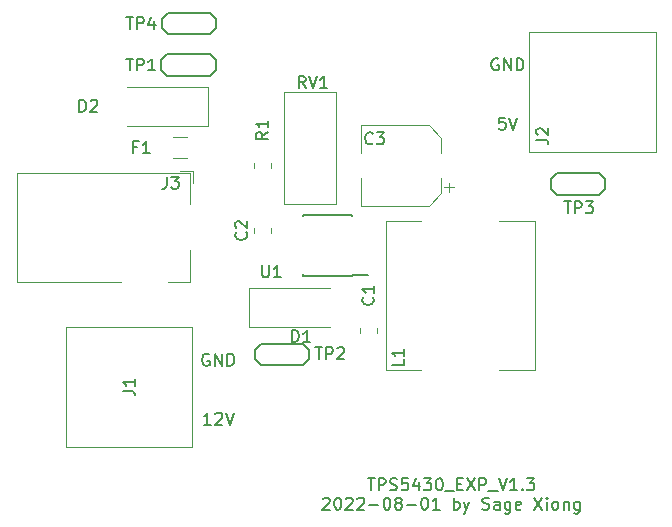
<source format=gbr>
%TF.GenerationSoftware,KiCad,Pcbnew,(6.0.2)*%
%TF.CreationDate,2022-08-01T15:44:27+08:00*%
%TF.ProjectId,TPS5430_Experiment,54505335-3433-4305-9f45-78706572696d,Sage Xiong*%
%TF.SameCoordinates,Original*%
%TF.FileFunction,Legend,Top*%
%TF.FilePolarity,Positive*%
%FSLAX46Y46*%
G04 Gerber Fmt 4.6, Leading zero omitted, Abs format (unit mm)*
G04 Created by KiCad (PCBNEW (6.0.2)) date 2022-08-01 15:44:27*
%MOMM*%
%LPD*%
G01*
G04 APERTURE LIST*
%ADD10C,0.152400*%
%ADD11C,0.150000*%
%ADD12C,0.120000*%
G04 APERTURE END LIST*
D10*
X130525904Y-111792000D02*
X130429142Y-111743619D01*
X130284000Y-111743619D01*
X130138857Y-111792000D01*
X130042095Y-111888761D01*
X129993714Y-111985523D01*
X129945333Y-112179047D01*
X129945333Y-112324190D01*
X129993714Y-112517714D01*
X130042095Y-112614476D01*
X130138857Y-112711238D01*
X130284000Y-112759619D01*
X130380761Y-112759619D01*
X130525904Y-112711238D01*
X130574285Y-112662857D01*
X130574285Y-112324190D01*
X130380761Y-112324190D01*
X131009714Y-112759619D02*
X131009714Y-111743619D01*
X131590285Y-112759619D01*
X131590285Y-111743619D01*
X132074095Y-112759619D02*
X132074095Y-111743619D01*
X132316000Y-111743619D01*
X132461142Y-111792000D01*
X132557904Y-111888761D01*
X132606285Y-111985523D01*
X132654666Y-112179047D01*
X132654666Y-112324190D01*
X132606285Y-112517714D01*
X132557904Y-112614476D01*
X132461142Y-112711238D01*
X132316000Y-112759619D01*
X132074095Y-112759619D01*
X155025904Y-86792000D02*
X154929142Y-86743619D01*
X154784000Y-86743619D01*
X154638857Y-86792000D01*
X154542095Y-86888761D01*
X154493714Y-86985523D01*
X154445333Y-87179047D01*
X154445333Y-87324190D01*
X154493714Y-87517714D01*
X154542095Y-87614476D01*
X154638857Y-87711238D01*
X154784000Y-87759619D01*
X154880761Y-87759619D01*
X155025904Y-87711238D01*
X155074285Y-87662857D01*
X155074285Y-87324190D01*
X154880761Y-87324190D01*
X155509714Y-87759619D02*
X155509714Y-86743619D01*
X156090285Y-87759619D01*
X156090285Y-86743619D01*
X156574095Y-87759619D02*
X156574095Y-86743619D01*
X156816000Y-86743619D01*
X156961142Y-86792000D01*
X157057904Y-86888761D01*
X157106285Y-86985523D01*
X157154666Y-87179047D01*
X157154666Y-87324190D01*
X157106285Y-87517714D01*
X157057904Y-87614476D01*
X156961142Y-87711238D01*
X156816000Y-87759619D01*
X156574095Y-87759619D01*
X130671047Y-117759619D02*
X130090476Y-117759619D01*
X130380761Y-117759619D02*
X130380761Y-116743619D01*
X130284000Y-116888761D01*
X130187238Y-116985523D01*
X130090476Y-117033904D01*
X131058095Y-116840380D02*
X131106476Y-116792000D01*
X131203238Y-116743619D01*
X131445142Y-116743619D01*
X131541904Y-116792000D01*
X131590285Y-116840380D01*
X131638666Y-116937142D01*
X131638666Y-117033904D01*
X131590285Y-117179047D01*
X131009714Y-117759619D01*
X131638666Y-117759619D01*
X131928952Y-116743619D02*
X132267619Y-117759619D01*
X132606285Y-116743619D01*
X155606476Y-91743619D02*
X155122666Y-91743619D01*
X155074285Y-92227428D01*
X155122666Y-92179047D01*
X155219428Y-92130666D01*
X155461333Y-92130666D01*
X155558095Y-92179047D01*
X155606476Y-92227428D01*
X155654857Y-92324190D01*
X155654857Y-92566095D01*
X155606476Y-92662857D01*
X155558095Y-92711238D01*
X155461333Y-92759619D01*
X155219428Y-92759619D01*
X155122666Y-92711238D01*
X155074285Y-92662857D01*
X155945142Y-91743619D02*
X156283809Y-92759619D01*
X156622476Y-91743619D01*
X143978182Y-122280737D02*
X144558753Y-122280737D01*
X144268468Y-123296737D02*
X144268468Y-122280737D01*
X144897420Y-123296737D02*
X144897420Y-122280737D01*
X145284468Y-122280737D01*
X145381230Y-122329118D01*
X145429611Y-122377498D01*
X145477992Y-122474260D01*
X145477992Y-122619403D01*
X145429611Y-122716165D01*
X145381230Y-122764546D01*
X145284468Y-122812927D01*
X144897420Y-122812927D01*
X145865039Y-123248356D02*
X146010182Y-123296737D01*
X146252087Y-123296737D01*
X146348849Y-123248356D01*
X146397230Y-123199975D01*
X146445611Y-123103213D01*
X146445611Y-123006451D01*
X146397230Y-122909689D01*
X146348849Y-122861308D01*
X146252087Y-122812927D01*
X146058563Y-122764546D01*
X145961801Y-122716165D01*
X145913420Y-122667784D01*
X145865039Y-122571022D01*
X145865039Y-122474260D01*
X145913420Y-122377498D01*
X145961801Y-122329118D01*
X146058563Y-122280737D01*
X146300468Y-122280737D01*
X146445611Y-122329118D01*
X147364849Y-122280737D02*
X146881039Y-122280737D01*
X146832658Y-122764546D01*
X146881039Y-122716165D01*
X146977801Y-122667784D01*
X147219706Y-122667784D01*
X147316468Y-122716165D01*
X147364849Y-122764546D01*
X147413230Y-122861308D01*
X147413230Y-123103213D01*
X147364849Y-123199975D01*
X147316468Y-123248356D01*
X147219706Y-123296737D01*
X146977801Y-123296737D01*
X146881039Y-123248356D01*
X146832658Y-123199975D01*
X148284087Y-122619403D02*
X148284087Y-123296737D01*
X148042182Y-122232356D02*
X147800277Y-122958070D01*
X148429230Y-122958070D01*
X148719515Y-122280737D02*
X149348468Y-122280737D01*
X149009801Y-122667784D01*
X149154944Y-122667784D01*
X149251706Y-122716165D01*
X149300087Y-122764546D01*
X149348468Y-122861308D01*
X149348468Y-123103213D01*
X149300087Y-123199975D01*
X149251706Y-123248356D01*
X149154944Y-123296737D01*
X148864658Y-123296737D01*
X148767896Y-123248356D01*
X148719515Y-123199975D01*
X149977420Y-122280737D02*
X150074182Y-122280737D01*
X150170944Y-122329118D01*
X150219325Y-122377498D01*
X150267706Y-122474260D01*
X150316087Y-122667784D01*
X150316087Y-122909689D01*
X150267706Y-123103213D01*
X150219325Y-123199975D01*
X150170944Y-123248356D01*
X150074182Y-123296737D01*
X149977420Y-123296737D01*
X149880658Y-123248356D01*
X149832277Y-123199975D01*
X149783896Y-123103213D01*
X149735515Y-122909689D01*
X149735515Y-122667784D01*
X149783896Y-122474260D01*
X149832277Y-122377498D01*
X149880658Y-122329118D01*
X149977420Y-122280737D01*
X150509611Y-123393498D02*
X151283706Y-123393498D01*
X151525611Y-122764546D02*
X151864277Y-122764546D01*
X152009420Y-123296737D02*
X151525611Y-123296737D01*
X151525611Y-122280737D01*
X152009420Y-122280737D01*
X152348087Y-122280737D02*
X153025420Y-123296737D01*
X153025420Y-122280737D02*
X152348087Y-123296737D01*
X153412468Y-123296737D02*
X153412468Y-122280737D01*
X153799515Y-122280737D01*
X153896277Y-122329118D01*
X153944658Y-122377498D01*
X153993039Y-122474260D01*
X153993039Y-122619403D01*
X153944658Y-122716165D01*
X153896277Y-122764546D01*
X153799515Y-122812927D01*
X153412468Y-122812927D01*
X154186563Y-123393498D02*
X154960658Y-123393498D01*
X155057420Y-122280737D02*
X155396087Y-123296737D01*
X155734753Y-122280737D01*
X156605611Y-123296737D02*
X156025039Y-123296737D01*
X156315325Y-123296737D02*
X156315325Y-122280737D01*
X156218563Y-122425879D01*
X156121801Y-122522641D01*
X156025039Y-122571022D01*
X157041039Y-123199975D02*
X157089420Y-123248356D01*
X157041039Y-123296737D01*
X156992658Y-123248356D01*
X157041039Y-123199975D01*
X157041039Y-123296737D01*
X157428087Y-122280737D02*
X158057039Y-122280737D01*
X157718372Y-122667784D01*
X157863515Y-122667784D01*
X157960277Y-122716165D01*
X158008658Y-122764546D01*
X158057039Y-122861308D01*
X158057039Y-123103213D01*
X158008658Y-123199975D01*
X157960277Y-123248356D01*
X157863515Y-123296737D01*
X157573230Y-123296737D01*
X157476468Y-123248356D01*
X157428087Y-123199975D01*
X140180277Y-124013258D02*
X140228658Y-123964878D01*
X140325420Y-123916497D01*
X140567325Y-123916497D01*
X140664087Y-123964878D01*
X140712468Y-124013258D01*
X140760849Y-124110020D01*
X140760849Y-124206782D01*
X140712468Y-124351925D01*
X140131896Y-124932497D01*
X140760849Y-124932497D01*
X141389801Y-123916497D02*
X141486563Y-123916497D01*
X141583325Y-123964878D01*
X141631706Y-124013258D01*
X141680087Y-124110020D01*
X141728468Y-124303544D01*
X141728468Y-124545449D01*
X141680087Y-124738973D01*
X141631706Y-124835735D01*
X141583325Y-124884116D01*
X141486563Y-124932497D01*
X141389801Y-124932497D01*
X141293039Y-124884116D01*
X141244658Y-124835735D01*
X141196277Y-124738973D01*
X141147896Y-124545449D01*
X141147896Y-124303544D01*
X141196277Y-124110020D01*
X141244658Y-124013258D01*
X141293039Y-123964878D01*
X141389801Y-123916497D01*
X142115515Y-124013258D02*
X142163896Y-123964878D01*
X142260658Y-123916497D01*
X142502563Y-123916497D01*
X142599325Y-123964878D01*
X142647706Y-124013258D01*
X142696087Y-124110020D01*
X142696087Y-124206782D01*
X142647706Y-124351925D01*
X142067134Y-124932497D01*
X142696087Y-124932497D01*
X143083134Y-124013258D02*
X143131515Y-123964878D01*
X143228277Y-123916497D01*
X143470182Y-123916497D01*
X143566944Y-123964878D01*
X143615325Y-124013258D01*
X143663706Y-124110020D01*
X143663706Y-124206782D01*
X143615325Y-124351925D01*
X143034753Y-124932497D01*
X143663706Y-124932497D01*
X144099134Y-124545449D02*
X144873230Y-124545449D01*
X145550563Y-123916497D02*
X145647325Y-123916497D01*
X145744087Y-123964878D01*
X145792468Y-124013258D01*
X145840849Y-124110020D01*
X145889230Y-124303544D01*
X145889230Y-124545449D01*
X145840849Y-124738973D01*
X145792468Y-124835735D01*
X145744087Y-124884116D01*
X145647325Y-124932497D01*
X145550563Y-124932497D01*
X145453801Y-124884116D01*
X145405420Y-124835735D01*
X145357039Y-124738973D01*
X145308658Y-124545449D01*
X145308658Y-124303544D01*
X145357039Y-124110020D01*
X145405420Y-124013258D01*
X145453801Y-123964878D01*
X145550563Y-123916497D01*
X146469801Y-124351925D02*
X146373039Y-124303544D01*
X146324658Y-124255163D01*
X146276277Y-124158401D01*
X146276277Y-124110020D01*
X146324658Y-124013258D01*
X146373039Y-123964878D01*
X146469801Y-123916497D01*
X146663325Y-123916497D01*
X146760087Y-123964878D01*
X146808468Y-124013258D01*
X146856849Y-124110020D01*
X146856849Y-124158401D01*
X146808468Y-124255163D01*
X146760087Y-124303544D01*
X146663325Y-124351925D01*
X146469801Y-124351925D01*
X146373039Y-124400306D01*
X146324658Y-124448687D01*
X146276277Y-124545449D01*
X146276277Y-124738973D01*
X146324658Y-124835735D01*
X146373039Y-124884116D01*
X146469801Y-124932497D01*
X146663325Y-124932497D01*
X146760087Y-124884116D01*
X146808468Y-124835735D01*
X146856849Y-124738973D01*
X146856849Y-124545449D01*
X146808468Y-124448687D01*
X146760087Y-124400306D01*
X146663325Y-124351925D01*
X147292277Y-124545449D02*
X148066372Y-124545449D01*
X148743706Y-123916497D02*
X148840468Y-123916497D01*
X148937230Y-123964878D01*
X148985611Y-124013258D01*
X149033992Y-124110020D01*
X149082372Y-124303544D01*
X149082372Y-124545449D01*
X149033992Y-124738973D01*
X148985611Y-124835735D01*
X148937230Y-124884116D01*
X148840468Y-124932497D01*
X148743706Y-124932497D01*
X148646944Y-124884116D01*
X148598563Y-124835735D01*
X148550182Y-124738973D01*
X148501801Y-124545449D01*
X148501801Y-124303544D01*
X148550182Y-124110020D01*
X148598563Y-124013258D01*
X148646944Y-123964878D01*
X148743706Y-123916497D01*
X150049992Y-124932497D02*
X149469420Y-124932497D01*
X149759706Y-124932497D02*
X149759706Y-123916497D01*
X149662944Y-124061639D01*
X149566182Y-124158401D01*
X149469420Y-124206782D01*
X151259515Y-124932497D02*
X151259515Y-123916497D01*
X151259515Y-124303544D02*
X151356277Y-124255163D01*
X151549801Y-124255163D01*
X151646563Y-124303544D01*
X151694944Y-124351925D01*
X151743325Y-124448687D01*
X151743325Y-124738973D01*
X151694944Y-124835735D01*
X151646563Y-124884116D01*
X151549801Y-124932497D01*
X151356277Y-124932497D01*
X151259515Y-124884116D01*
X152081992Y-124255163D02*
X152323896Y-124932497D01*
X152565801Y-124255163D02*
X152323896Y-124932497D01*
X152227134Y-125174401D01*
X152178753Y-125222782D01*
X152081992Y-125271163D01*
X153678563Y-124884116D02*
X153823706Y-124932497D01*
X154065611Y-124932497D01*
X154162372Y-124884116D01*
X154210753Y-124835735D01*
X154259134Y-124738973D01*
X154259134Y-124642211D01*
X154210753Y-124545449D01*
X154162372Y-124497068D01*
X154065611Y-124448687D01*
X153872087Y-124400306D01*
X153775325Y-124351925D01*
X153726944Y-124303544D01*
X153678563Y-124206782D01*
X153678563Y-124110020D01*
X153726944Y-124013258D01*
X153775325Y-123964878D01*
X153872087Y-123916497D01*
X154113992Y-123916497D01*
X154259134Y-123964878D01*
X155129992Y-124932497D02*
X155129992Y-124400306D01*
X155081611Y-124303544D01*
X154984849Y-124255163D01*
X154791325Y-124255163D01*
X154694563Y-124303544D01*
X155129992Y-124884116D02*
X155033230Y-124932497D01*
X154791325Y-124932497D01*
X154694563Y-124884116D01*
X154646182Y-124787354D01*
X154646182Y-124690592D01*
X154694563Y-124593830D01*
X154791325Y-124545449D01*
X155033230Y-124545449D01*
X155129992Y-124497068D01*
X156049230Y-124255163D02*
X156049230Y-125077639D01*
X156000849Y-125174401D01*
X155952468Y-125222782D01*
X155855706Y-125271163D01*
X155710563Y-125271163D01*
X155613801Y-125222782D01*
X156049230Y-124884116D02*
X155952468Y-124932497D01*
X155758944Y-124932497D01*
X155662182Y-124884116D01*
X155613801Y-124835735D01*
X155565420Y-124738973D01*
X155565420Y-124448687D01*
X155613801Y-124351925D01*
X155662182Y-124303544D01*
X155758944Y-124255163D01*
X155952468Y-124255163D01*
X156049230Y-124303544D01*
X156920087Y-124884116D02*
X156823325Y-124932497D01*
X156629801Y-124932497D01*
X156533039Y-124884116D01*
X156484658Y-124787354D01*
X156484658Y-124400306D01*
X156533039Y-124303544D01*
X156629801Y-124255163D01*
X156823325Y-124255163D01*
X156920087Y-124303544D01*
X156968468Y-124400306D01*
X156968468Y-124497068D01*
X156484658Y-124593830D01*
X158081230Y-123916497D02*
X158758563Y-124932497D01*
X158758563Y-123916497D02*
X158081230Y-124932497D01*
X159145611Y-124932497D02*
X159145611Y-124255163D01*
X159145611Y-123916497D02*
X159097230Y-123964878D01*
X159145611Y-124013258D01*
X159193992Y-123964878D01*
X159145611Y-123916497D01*
X159145611Y-124013258D01*
X159774563Y-124932497D02*
X159677801Y-124884116D01*
X159629420Y-124835735D01*
X159581039Y-124738973D01*
X159581039Y-124448687D01*
X159629420Y-124351925D01*
X159677801Y-124303544D01*
X159774563Y-124255163D01*
X159919706Y-124255163D01*
X160016468Y-124303544D01*
X160064849Y-124351925D01*
X160113230Y-124448687D01*
X160113230Y-124738973D01*
X160064849Y-124835735D01*
X160016468Y-124884116D01*
X159919706Y-124932497D01*
X159774563Y-124932497D01*
X160548658Y-124255163D02*
X160548658Y-124932497D01*
X160548658Y-124351925D02*
X160597039Y-124303544D01*
X160693801Y-124255163D01*
X160838944Y-124255163D01*
X160935706Y-124303544D01*
X160984087Y-124400306D01*
X160984087Y-124932497D01*
X161903325Y-124255163D02*
X161903325Y-125077639D01*
X161854944Y-125174401D01*
X161806563Y-125222782D01*
X161709801Y-125271163D01*
X161564658Y-125271163D01*
X161467896Y-125222782D01*
X161903325Y-124884116D02*
X161806563Y-124932497D01*
X161613039Y-124932497D01*
X161516277Y-124884116D01*
X161467896Y-124835735D01*
X161419515Y-124738973D01*
X161419515Y-124448687D01*
X161467896Y-124351925D01*
X161516277Y-124303544D01*
X161613039Y-124255163D01*
X161806563Y-124255163D01*
X161903325Y-124303544D01*
D11*
%TO.C,TP3*%
X160599095Y-98850380D02*
X161170523Y-98850380D01*
X160884809Y-99850380D02*
X160884809Y-98850380D01*
X161503857Y-99850380D02*
X161503857Y-98850380D01*
X161884809Y-98850380D01*
X161980047Y-98898000D01*
X162027666Y-98945619D01*
X162075285Y-99040857D01*
X162075285Y-99183714D01*
X162027666Y-99278952D01*
X161980047Y-99326571D01*
X161884809Y-99374190D01*
X161503857Y-99374190D01*
X162408619Y-98850380D02*
X163027666Y-98850380D01*
X162694333Y-99231333D01*
X162837190Y-99231333D01*
X162932428Y-99278952D01*
X162980047Y-99326571D01*
X163027666Y-99421809D01*
X163027666Y-99659904D01*
X162980047Y-99755142D01*
X162932428Y-99802761D01*
X162837190Y-99850380D01*
X162551476Y-99850380D01*
X162456238Y-99802761D01*
X162408619Y-99755142D01*
%TO.C,F1*%
X124466666Y-94228571D02*
X124133333Y-94228571D01*
X124133333Y-94752380D02*
X124133333Y-93752380D01*
X124609523Y-93752380D01*
X125514285Y-94752380D02*
X124942857Y-94752380D01*
X125228571Y-94752380D02*
X125228571Y-93752380D01*
X125133333Y-93895238D01*
X125038095Y-93990476D01*
X124942857Y-94038095D01*
%TO.C,U1*%
X135038095Y-104252380D02*
X135038095Y-105061904D01*
X135085714Y-105157142D01*
X135133333Y-105204761D01*
X135228571Y-105252380D01*
X135419047Y-105252380D01*
X135514285Y-105204761D01*
X135561904Y-105157142D01*
X135609523Y-105061904D01*
X135609523Y-104252380D01*
X136609523Y-105252380D02*
X136038095Y-105252380D01*
X136323809Y-105252380D02*
X136323809Y-104252380D01*
X136228571Y-104395238D01*
X136133333Y-104490476D01*
X136038095Y-104538095D01*
%TO.C,TP1*%
X123538095Y-86752380D02*
X124109523Y-86752380D01*
X123823809Y-87752380D02*
X123823809Y-86752380D01*
X124442857Y-87752380D02*
X124442857Y-86752380D01*
X124823809Y-86752380D01*
X124919047Y-86800000D01*
X124966666Y-86847619D01*
X125014285Y-86942857D01*
X125014285Y-87085714D01*
X124966666Y-87180952D01*
X124919047Y-87228571D01*
X124823809Y-87276190D01*
X124442857Y-87276190D01*
X125966666Y-87752380D02*
X125395238Y-87752380D01*
X125680952Y-87752380D02*
X125680952Y-86752380D01*
X125585714Y-86895238D01*
X125490476Y-86990476D01*
X125395238Y-87038095D01*
%TO.C,C2*%
X133657142Y-101466666D02*
X133704761Y-101514285D01*
X133752380Y-101657142D01*
X133752380Y-101752380D01*
X133704761Y-101895238D01*
X133609523Y-101990476D01*
X133514285Y-102038095D01*
X133323809Y-102085714D01*
X133180952Y-102085714D01*
X132990476Y-102038095D01*
X132895238Y-101990476D01*
X132800000Y-101895238D01*
X132752380Y-101752380D01*
X132752380Y-101657142D01*
X132800000Y-101514285D01*
X132847619Y-101466666D01*
X132847619Y-101085714D02*
X132800000Y-101038095D01*
X132752380Y-100942857D01*
X132752380Y-100704761D01*
X132800000Y-100609523D01*
X132847619Y-100561904D01*
X132942857Y-100514285D01*
X133038095Y-100514285D01*
X133180952Y-100561904D01*
X133752380Y-101133333D01*
X133752380Y-100514285D01*
%TO.C,J2*%
X158252380Y-93633333D02*
X158966666Y-93633333D01*
X159109523Y-93680952D01*
X159204761Y-93776190D01*
X159252380Y-93919047D01*
X159252380Y-94014285D01*
X158347619Y-93204761D02*
X158300000Y-93157142D01*
X158252380Y-93061904D01*
X158252380Y-92823809D01*
X158300000Y-92728571D01*
X158347619Y-92680952D01*
X158442857Y-92633333D01*
X158538095Y-92633333D01*
X158680952Y-92680952D01*
X159252380Y-93252380D01*
X159252380Y-92633333D01*
%TO.C,C3*%
X144383334Y-93907151D02*
X144335715Y-93954770D01*
X144192858Y-94002389D01*
X144097620Y-94002389D01*
X143954762Y-93954770D01*
X143859524Y-93859532D01*
X143811905Y-93764294D01*
X143764286Y-93573818D01*
X143764286Y-93430961D01*
X143811905Y-93240485D01*
X143859524Y-93145247D01*
X143954762Y-93050009D01*
X144097620Y-93002389D01*
X144192858Y-93002389D01*
X144335715Y-93050009D01*
X144383334Y-93097628D01*
X144716667Y-93002389D02*
X145335715Y-93002389D01*
X145002381Y-93383342D01*
X145145239Y-93383342D01*
X145240477Y-93430961D01*
X145288096Y-93478580D01*
X145335715Y-93573818D01*
X145335715Y-93811913D01*
X145288096Y-93907151D01*
X145240477Y-93954770D01*
X145145239Y-94002389D01*
X144859524Y-94002389D01*
X144764286Y-93954770D01*
X144716667Y-93907151D01*
%TO.C,C1*%
X144407142Y-106966666D02*
X144454761Y-107014285D01*
X144502380Y-107157142D01*
X144502380Y-107252380D01*
X144454761Y-107395238D01*
X144359523Y-107490476D01*
X144264285Y-107538095D01*
X144073809Y-107585714D01*
X143930952Y-107585714D01*
X143740476Y-107538095D01*
X143645238Y-107490476D01*
X143550000Y-107395238D01*
X143502380Y-107252380D01*
X143502380Y-107157142D01*
X143550000Y-107014285D01*
X143597619Y-106966666D01*
X144502380Y-106014285D02*
X144502380Y-106585714D01*
X144502380Y-106300000D02*
X143502380Y-106300000D01*
X143645238Y-106395238D01*
X143740476Y-106490476D01*
X143788095Y-106585714D01*
%TO.C,D2*%
X119561904Y-91252380D02*
X119561904Y-90252380D01*
X119800000Y-90252380D01*
X119942857Y-90300000D01*
X120038095Y-90395238D01*
X120085714Y-90490476D01*
X120133333Y-90680952D01*
X120133333Y-90823809D01*
X120085714Y-91014285D01*
X120038095Y-91109523D01*
X119942857Y-91204761D01*
X119800000Y-91252380D01*
X119561904Y-91252380D01*
X120514285Y-90347619D02*
X120561904Y-90300000D01*
X120657142Y-90252380D01*
X120895238Y-90252380D01*
X120990476Y-90300000D01*
X121038095Y-90347619D01*
X121085714Y-90442857D01*
X121085714Y-90538095D01*
X121038095Y-90680952D01*
X120466666Y-91252380D01*
X121085714Y-91252380D01*
%TO.C,J1*%
X123252380Y-114883333D02*
X123966666Y-114883333D01*
X124109523Y-114930952D01*
X124204761Y-115026190D01*
X124252380Y-115169047D01*
X124252380Y-115264285D01*
X124252380Y-113883333D02*
X124252380Y-114454761D01*
X124252380Y-114169047D02*
X123252380Y-114169047D01*
X123395238Y-114264285D01*
X123490476Y-114359523D01*
X123538095Y-114454761D01*
%TO.C,J3*%
X126966666Y-96752380D02*
X126966666Y-97466666D01*
X126919047Y-97609523D01*
X126823809Y-97704761D01*
X126680952Y-97752380D01*
X126585714Y-97752380D01*
X127347619Y-96752380D02*
X127966666Y-96752380D01*
X127633333Y-97133333D01*
X127776190Y-97133333D01*
X127871428Y-97180952D01*
X127919047Y-97228571D01*
X127966666Y-97323809D01*
X127966666Y-97561904D01*
X127919047Y-97657142D01*
X127871428Y-97704761D01*
X127776190Y-97752380D01*
X127490476Y-97752380D01*
X127395238Y-97704761D01*
X127347619Y-97657142D01*
%TO.C,L1*%
X147002392Y-112216676D02*
X147002392Y-112692867D01*
X146002392Y-112692867D01*
X147002392Y-111359533D02*
X147002392Y-111930962D01*
X147002392Y-111645248D02*
X146002392Y-111645248D01*
X146145250Y-111740486D01*
X146240488Y-111835724D01*
X146288107Y-111930962D01*
%TO.C,D1*%
X137561904Y-110752380D02*
X137561904Y-109752380D01*
X137800000Y-109752380D01*
X137942857Y-109800000D01*
X138038095Y-109895238D01*
X138085714Y-109990476D01*
X138133333Y-110180952D01*
X138133333Y-110323809D01*
X138085714Y-110514285D01*
X138038095Y-110609523D01*
X137942857Y-110704761D01*
X137800000Y-110752380D01*
X137561904Y-110752380D01*
X139085714Y-110752380D02*
X138514285Y-110752380D01*
X138800000Y-110752380D02*
X138800000Y-109752380D01*
X138704761Y-109895238D01*
X138609523Y-109990476D01*
X138514285Y-110038095D01*
%TO.C,TP4*%
X123538095Y-83252380D02*
X124109523Y-83252380D01*
X123823809Y-84252380D02*
X123823809Y-83252380D01*
X124442857Y-84252380D02*
X124442857Y-83252380D01*
X124823809Y-83252380D01*
X124919047Y-83300000D01*
X124966666Y-83347619D01*
X125014285Y-83442857D01*
X125014285Y-83585714D01*
X124966666Y-83680952D01*
X124919047Y-83728571D01*
X124823809Y-83776190D01*
X124442857Y-83776190D01*
X125871428Y-83585714D02*
X125871428Y-84252380D01*
X125633333Y-83204761D02*
X125395238Y-83919047D01*
X126014285Y-83919047D01*
%TO.C,R1*%
X135502387Y-92966655D02*
X135026197Y-93299989D01*
X135502387Y-93538084D02*
X134502387Y-93538084D01*
X134502387Y-93157131D01*
X134550007Y-93061893D01*
X134597626Y-93014274D01*
X134692864Y-92966655D01*
X134835721Y-92966655D01*
X134930959Y-93014274D01*
X134978578Y-93061893D01*
X135026197Y-93157131D01*
X135026197Y-93538084D01*
X135502387Y-92014274D02*
X135502387Y-92585703D01*
X135502387Y-92299989D02*
X134502387Y-92299989D01*
X134645245Y-92395227D01*
X134740483Y-92490465D01*
X134788102Y-92585703D01*
%TO.C,TP2*%
X139538095Y-111200380D02*
X140109523Y-111200380D01*
X139823809Y-112200380D02*
X139823809Y-111200380D01*
X140442857Y-112200380D02*
X140442857Y-111200380D01*
X140823809Y-111200380D01*
X140919047Y-111248000D01*
X140966666Y-111295619D01*
X141014285Y-111390857D01*
X141014285Y-111533714D01*
X140966666Y-111628952D01*
X140919047Y-111676571D01*
X140823809Y-111724190D01*
X140442857Y-111724190D01*
X141395238Y-111295619D02*
X141442857Y-111248000D01*
X141538095Y-111200380D01*
X141776190Y-111200380D01*
X141871428Y-111248000D01*
X141919047Y-111295619D01*
X141966666Y-111390857D01*
X141966666Y-111486095D01*
X141919047Y-111628952D01*
X141347619Y-112200380D01*
X141966666Y-112200380D01*
%TO.C,RV1*%
X138704761Y-89252380D02*
X138371428Y-88776190D01*
X138133333Y-89252380D02*
X138133333Y-88252380D01*
X138514285Y-88252380D01*
X138609523Y-88300000D01*
X138657142Y-88347619D01*
X138704761Y-88442857D01*
X138704761Y-88585714D01*
X138657142Y-88680952D01*
X138609523Y-88728571D01*
X138514285Y-88776190D01*
X138133333Y-88776190D01*
X138990476Y-88252380D02*
X139323809Y-89252380D01*
X139657142Y-88252380D01*
X140514285Y-89252380D02*
X139942857Y-89252380D01*
X140228571Y-89252380D02*
X140228571Y-88252380D01*
X140133333Y-88395238D01*
X140038095Y-88490476D01*
X139942857Y-88538095D01*
%TO.C,TP3*%
X164054000Y-97766000D02*
X163554000Y-98266000D01*
X164054000Y-96966000D02*
X164054000Y-97766000D01*
X159954000Y-96466000D02*
X163554000Y-96466000D01*
X159454000Y-97766000D02*
X159454000Y-96966000D01*
X163554000Y-96466000D02*
X164054000Y-96966000D01*
X159454000Y-96966000D02*
X159954000Y-96466000D01*
X163554000Y-98266000D02*
X159954000Y-98266000D01*
X159954000Y-98266000D02*
X159454000Y-97766000D01*
D12*
%TO.C,F1*%
X127447936Y-93390000D02*
X128652064Y-93390000D01*
X127447936Y-95210000D02*
X128652064Y-95210000D01*
D11*
%TO.C,U1*%
X138475000Y-105125000D02*
X138475000Y-104980000D01*
X138475000Y-99975000D02*
X138475000Y-100120000D01*
X142625000Y-105125000D02*
X138475000Y-105125000D01*
X142625000Y-105075000D02*
X144025000Y-105075000D01*
X142625000Y-105125000D02*
X142625000Y-105075000D01*
X142625000Y-99975000D02*
X138475000Y-99975000D01*
X142625000Y-99975000D02*
X142625000Y-100120000D01*
%TO.C,TP1*%
X126980000Y-86400000D02*
X130580000Y-86400000D01*
X131080000Y-86900000D02*
X131080000Y-87700000D01*
X131080000Y-87700000D02*
X130580000Y-88200000D01*
X126980000Y-88200000D02*
X126480000Y-87700000D01*
X130580000Y-86400000D02*
X131080000Y-86900000D01*
X130580000Y-88200000D02*
X126980000Y-88200000D01*
X126480000Y-86900000D02*
X126980000Y-86400000D01*
X126480000Y-87700000D02*
X126480000Y-86900000D01*
D12*
%TO.C,C2*%
X134315000Y-101527064D02*
X134315000Y-101072936D01*
X135785000Y-101527064D02*
X135785000Y-101072936D01*
%TO.C,J2*%
X157650000Y-94630000D02*
X168350000Y-94630000D01*
X168350000Y-94630000D02*
X168350000Y-84470000D01*
X168350000Y-84470000D02*
X157650000Y-84470000D01*
X157650000Y-84470000D02*
X157650000Y-94630000D01*
%TO.C,C3*%
X150210000Y-98145563D02*
X149145563Y-99210000D01*
X149145563Y-92390000D02*
X143390000Y-92390000D01*
X151237500Y-97647500D02*
X150450000Y-97647500D01*
X150210000Y-93454437D02*
X150210000Y-94740000D01*
X149145563Y-99210000D02*
X143390000Y-99210000D01*
X150843750Y-98041250D02*
X150843750Y-97253750D01*
X143390000Y-92390000D02*
X143390000Y-94740000D01*
X143390000Y-99210000D02*
X143390000Y-96860000D01*
X150210000Y-93454437D02*
X149145563Y-92390000D01*
X150210000Y-98145563D02*
X150210000Y-96860000D01*
%TO.C,C1*%
X143315000Y-109572936D02*
X143315000Y-110027064D01*
X144785000Y-109572936D02*
X144785000Y-110027064D01*
%TO.C,D2*%
X130450000Y-92450000D02*
X123550000Y-92450000D01*
X130450000Y-89150000D02*
X123550000Y-89150000D01*
X130450000Y-92450000D02*
X130450000Y-89150000D01*
%TO.C,J1*%
X118400000Y-119630000D02*
X129100000Y-119630000D01*
X129100000Y-119630000D02*
X129100000Y-109470000D01*
X129100000Y-109470000D02*
X118400000Y-109470000D01*
X118400000Y-109470000D02*
X118400000Y-119630000D01*
%TO.C,J3*%
X123050000Y-105650000D02*
X114250000Y-105650000D01*
X114250000Y-105650000D02*
X114250000Y-96450000D01*
X128950000Y-96450000D02*
X128950000Y-99050000D01*
X129150000Y-97300000D02*
X129150000Y-96250000D01*
X128950000Y-102950000D02*
X128950000Y-105650000D01*
X128100000Y-96250000D02*
X129150000Y-96250000D01*
X114250000Y-96450000D02*
X128950000Y-96450000D01*
X128950000Y-105650000D02*
X127050000Y-105650000D01*
%TO.C,L1*%
X158100000Y-100500000D02*
X158100000Y-113100000D01*
X148500000Y-113100000D02*
X145500000Y-113100000D01*
X158100000Y-113100000D02*
X155100000Y-113100000D01*
X145500000Y-113100000D02*
X145500000Y-100500000D01*
X145500000Y-100500000D02*
X148500000Y-100500000D01*
X155100000Y-100500000D02*
X158100000Y-100500000D01*
%TO.C,D1*%
X133900000Y-106150000D02*
X133900000Y-109450000D01*
X133900000Y-106150000D02*
X140800000Y-106150000D01*
X133900000Y-109450000D02*
X140800000Y-109450000D01*
D11*
%TO.C,TP4*%
X127020000Y-84700000D02*
X126520000Y-84200000D01*
X126520000Y-84200000D02*
X126520000Y-83400000D01*
X130620000Y-84700000D02*
X127020000Y-84700000D01*
X131120000Y-84200000D02*
X130620000Y-84700000D01*
X126520000Y-83400000D02*
X127020000Y-82900000D01*
X131120000Y-83400000D02*
X131120000Y-84200000D01*
X127020000Y-82900000D02*
X130620000Y-82900000D01*
X130620000Y-82900000D02*
X131120000Y-83400000D01*
D12*
%TO.C,R1*%
X134315000Y-96027064D02*
X134315000Y-95572936D01*
X135785000Y-96027064D02*
X135785000Y-95572936D01*
D11*
%TO.C,TP2*%
X138995000Y-112200000D02*
X138495000Y-112700000D01*
X138495000Y-110900000D02*
X138995000Y-111400000D01*
X134895000Y-112700000D02*
X134395000Y-112200000D01*
X134895000Y-110900000D02*
X138495000Y-110900000D01*
X138495000Y-112700000D02*
X134895000Y-112700000D01*
X134395000Y-111400000D02*
X134895000Y-110900000D01*
X134395000Y-112200000D02*
X134395000Y-111400000D01*
X138995000Y-111400000D02*
X138995000Y-112200000D01*
D12*
%TO.C,RV1*%
X141300000Y-89550000D02*
X136900000Y-89550000D01*
X136900000Y-89550000D02*
X136900000Y-99050000D01*
X136900000Y-99050000D02*
X141300000Y-99050000D01*
X141300000Y-99050000D02*
X141300000Y-89550000D01*
%TD*%
M02*

</source>
